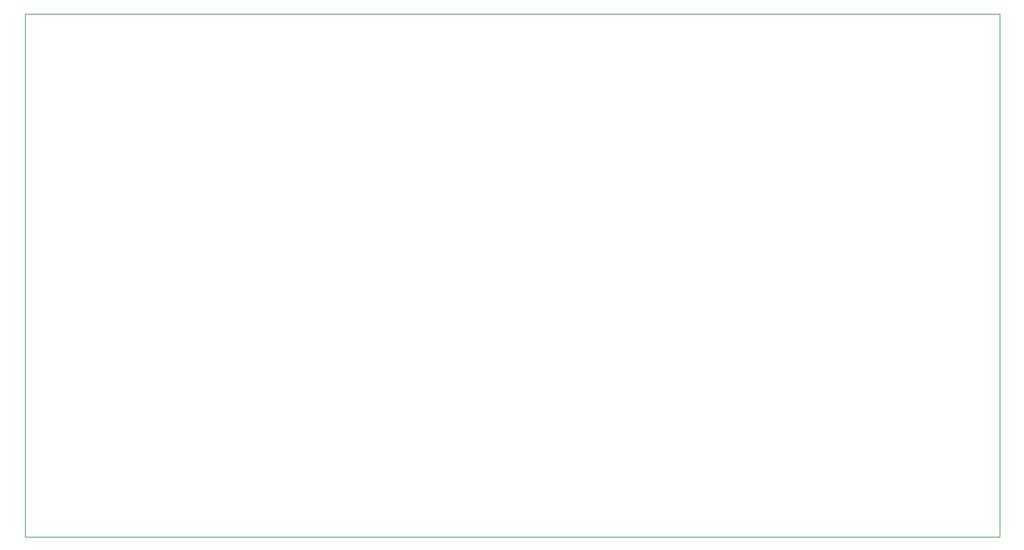
<source format=gko>
G04 Layer_Color=16711935*
%FSLAX44Y44*%
%MOMM*%
G71*
G01*
G75*
%ADD10C,0.1000*%
D10*
X0Y0D02*
X1186180D01*
X0D02*
Y637540D01*
X1186180D01*
Y0D02*
Y637540D01*
M02*

</source>
